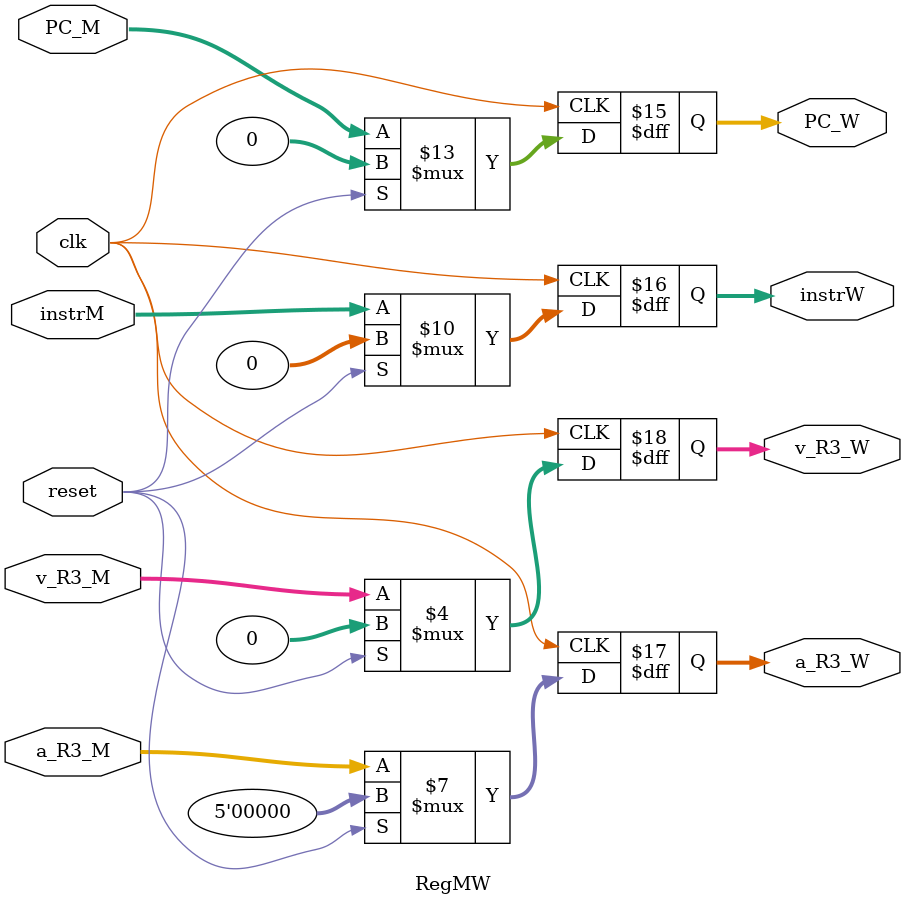
<source format=v>
`timescale 1ns / 1ps
module RegMW(
    input clk, reset,
    input [31:0] PC_M, instrM,

    input [31:0] v_R3_M,
    input [4:0] a_R3_M,

    output reg [31:0] PC_W, instrW,
    output reg [4:0] a_R3_W,
    output reg [31:0] v_R3_W
    );

task reset_mw;
    begin: reset_mw_block
		PC_W    <= 0;
		instrW  <= 0;
		a_R3_W  <= 0;
		v_R3_W  <= 0;
	end
endtask

	always@(posedge clk) begin
		if(reset) reset_mw;
		else begin
			PC_W <= PC_M;
			instrW <= instrM;
			a_R3_W <= a_R3_M;
			v_R3_W <= v_R3_M;
		end
	end
endmodule

</source>
